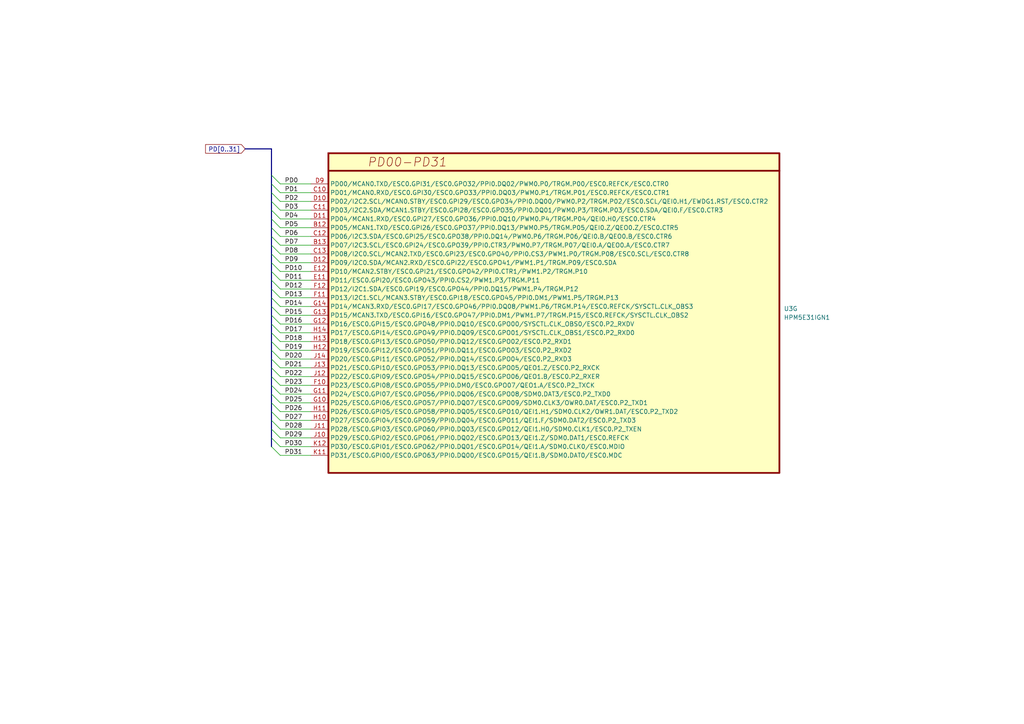
<source format=kicad_sch>
(kicad_sch (version 20250114) (generator "eeschema") (generator_version "9.0")
  (paper "A4")
  (lib_symbols
    (symbol "HPM5E00_Library:HPM5E31IGN1"
      (property "Reference" "U" (at 2.54 1.27 0))
      (property "Value" "HPM5E31IGN1" (at 12.7 1.27 0))
      (symbol "HPM5E31IGN1_1_1"
        (rectangle (start 0 0) (end 35.56 -60.96) (stroke (width 0.508)) (fill (type background)))
        (polyline (pts (xy 0 -40.64) (xy 35.56 -40.64)) (stroke (width 0.508)))
        (polyline (pts (xy 9.525 -6.35) (xy 15.24 -6.35) (xy 15.24 -10.16) (xy 14.605 -9.525) (xy 15.24 -10.16) (xy 15.875 -9.525)))
        (rectangle (start 11.43 -11.43) (end 19.05 -13.97))
        (polyline (pts (xy 15.24 -15.24) (xy 15.24 -19.05) (xy 9.525 -19.05) (xy 10.16 -18.415) (xy 9.525 -19.05) (xy 10.16 -19.685)))
        (text "DCDC_Domain" (at 10.16 -2.54 0) (effects (font (size 1.778 1.778))))
        (text "Analog_Domain" (at 11.43 -44.45 0) (effects (font (size 1.778 1.778))))
        (text "DCDC" (at 15.24 -12.7 0) (effects (font (size 1.27 1.27))))
        (pin power_in line (at -5.08 -6.35 0) (length 5.08) (name "DCDC_IN") (number "M1"))
        (pin power_in line (at -5.08 -8.89 0) (length 5.08) (name "DCDC_IN") (number "M2"))
        (pin power_in line (at -5.08 -16.51 0) (length 5.08) (name "DCDC_LP") (number "N2"))
        (pin power_in line (at -5.08 -19.05 0) (length 5.08) (name "DCDC_LP") (number "P3"))
        (pin power_in line (at -5.08 -27.94 0) (length 5.08) (name "DCDC_GND") (number "N1"))
        (pin power_in line (at -5.08 -30.48 0) (length 5.08) (name "DCDC_GND") (number "P2"))
        (pin power_in line (at -5.08 -48.26 0) (length 5.08) (name "VANA") (number "J9"))
        (pin power_in line (at -5.08 -55.88 0) (length 5.08) (name "VSSA") (number "H8"))
        (pin power_in line (at 40.64 -6.35 180) (length 5.08) (name "VDD_SOC") (number "F6"))
        (pin power_in line (at 40.64 -8.89 180) (length 5.08) (name "VDD_SOC") (number "F9"))
        (pin power_in line (at 40.64 -11.43 180) (length 5.08) (name "VDD_SOC") (number "G6"))
        (pin power_in line (at 40.64 -13.97 180) (length 5.08) (name "VDD_SOC") (number "G9"))
        (pin power_in line (at 40.64 -16.51 180) (length 5.08) (name "VDD_SOC") (number "H9"))
        (pin power_in line (at 40.64 -48.26 180) (length 5.08) (name "VREFH") (number "K9"))
        (pin power_in line (at 40.64 -55.88 180) (length 5.08) (name "VREFL") (number "J8"))
      )
      (symbol "HPM5E31IGN1_2_1"
        (rectangle (start 0 0) (end 35.56 -27.94) (stroke (width 0.508)) (fill (type background)))
        (pin power_in line (at -5.08 -5.08 0) (length 5.08) (name "VSS") (number "A1"))
        (pin power_in line (at -5.08 -7.62 0) (length 5.08) (name "VSS") (number "A14"))
        (pin power_in line (at -5.08 -10.16 0) (length 5.08) (name "VSS") (number "E5"))
        (pin power_in line (at -5.08 -12.7 0) (length 5.08) (name "VSS") (number "E10"))
        (pin power_in line (at -5.08 -15.24 0) (length 5.08) (name "VSS") (number "F7"))
        (pin power_in line (at -5.08 -17.78 0) (length 5.08) (name "VSS") (number "F8"))
        (pin power_in line (at -5.08 -20.32 0) (length 5.08) (name "VSS") (number "G7"))
        (pin power_in line (at -5.08 -22.86 0) (length 5.08) (name "VSS") (number "G8"))
        (pin power_in line (at 40.64 -5.08 180) (length 5.08) (name "VSS") (number "H7"))
        (pin power_in line (at 40.64 -7.62 180) (length 5.08) (name "VSS") (number "J7"))
        (pin power_in line (at 40.64 -10.16 180) (length 5.08) (name "VSS") (number "K5"))
        (pin power_in line (at 40.64 -12.7 180) (length 5.08) (name "VSS") (number "K10"))
        (pin power_in line (at 40.64 -15.24 180) (length 5.08) (name "VSS") (number "N3"))
        (pin power_in line (at 40.64 -17.78 180) (length 5.08) (name "VSS") (number "P1"))
        (pin power_in line (at 40.64 -20.32 180) (length 5.08) (name "VSS") (number "P14"))
      )
      (symbol "HPM5E31IGN1_3_1"
        (rectangle (start 0 0) (end 35.56 -45.72) (stroke (width 0.508)) (fill (type background)))
        (polyline (pts (xy 0 -25.4) (xy 35.56 -25.4)) (stroke (width 0.508)))
        (pin input line (at -5.08 -6.35 0) (length 5.08) (name "XTALI") (number "K14"))
        (pin input line (at -5.08 -16.51 0) (length 5.08) (name "XTALO") (number "K13"))
        (pin input line (at -5.08 -33.02 0) (length 5.08) (name "USB0_VBUS") (number "L12"))
        (pin input line (at 40.64 -6.35 180) (length 5.08) (name "RSTN") (number "M3"))
        (pin input line (at 40.64 -16.51 180) (length 5.08) (name "WKUP") (number "L3"))
        (pin input line (at 40.64 -33.02 180) (length 5.08) (name "USB0_DP") (number "L14"))
        (pin input line (at 40.64 -39.37 180) (length 5.08) (name "USB0_DN") (number "L13"))
      )
      (symbol "HPM5E31IGN1_4_1"
        (rectangle (start 0 0) (end 107.95 -96.52) (stroke (width 0.508)) (fill (type background)))
        (polyline (pts (xy 0 -17.78) (xy 107.95 -17.78)) (stroke (width 0.508)))
        (polyline (pts (xy 0 -46.99) (xy 107.95 -46.99)) (stroke (width 0.508) (type dash)))
        (text "PA00-PA09" (at 27.94 -15.24 0) (effects (font (size 2.54 2.54) (italic yes))))
        (text "PA16-PA31" (at 27.94 -49.53 0) (effects (font (size 2.54 2.54) (italic yes))))
        (pin input line (at -5.08 -3.81 0) (length 5.08) (name "VIO_B01") (number "E6"))
        (pin input line (at -5.08 -6.35 0) (length 5.08) (name "VIO_B01") (number "E7"))
        (pin input line (at -5.08 -8.89 0) (length 5.08) (name "VIO_B01") (number "E8"))
        (pin input line (at -5.08 -11.43 0) (length 5.08) (name "VIO_B01") (number "E9"))
        (pin input line (at -5.08 -13.97 0) (length 5.08) (name "VIO_B01") (number "K6"))
        (pin input line (at -5.08 -21.59 0) (length 5.08) (name "PA00/GPTMR1.COMP0/UART0.TXD/MCAN0.TXD/PWM0.P0/TRGM.P00/SYSCTL.CLK_OBS0") (number "G2"))
        (pin input line (at -5.08 -24.13 0) (length 5.08) (name "PA01/GPTMR1.CAPT0/UART0.RXD/MCAN0.RXD/PWM0.P1/TRGM.P01/SYSCTL.CLK_OBS2") (number "G3"))
        (pin input line (at -5.08 -26.67 0) (length 5.08) (name "PA02/GPTMR1.COMP1/UART0.DE/UART0.RTS/I2C2.SCL/MCAN0.STBY/PWM0.P2/TRGM.P02/SYSCTL.CLK_OBS1") (number "G4"))
        (pin input line (at -5.08 -29.21 0) (length 5.08) (name "PA03/GPTMR1.CAPT1/UART0.CTS/I2C2.SDA/MCAN1.STBY/PWM0.P3/TRGM.P03/SYSCTL.CLK_OBS3") (number "G5"))
        (pin input line (at -5.08 -31.75 0) (length 5.08) (name "PA04/UART1.CTS/SPI1.SCLK/MCAN1.RXD/PWM0.P4/TRGM.P04/JTAG.TDO") (number "F2"))
        (pin input line (at -5.08 -34.29 0) (length 5.08) (name "PA05/GPTMR1.COMP2/UART1.DE/UART1.RTS/SPI1.CS0/MCAN1.TXD/PWM0.P5/TRGM.P05/JTAG.TDI") (number "F3"))
        (pin input line (at -5.08 -36.83 0) (length 5.08) (name "PA06/GPTMR0.CAPT0/UART1.RXD/I2C3.SDA/SPI1.MISO/PWM0.P6/TRGM.P06/JTAG.TCK") (number "F4"))
        (pin input line (at -5.08 -39.37 0) (length 5.08) (name "PA07/GPTMR0.COMP0/UART1.TXD/I2C3.SCL/SPI1.MOSI/PWM0.P7/TRGM.P07/JTAG.TMS") (number "F5"))
        (pin input line (at -5.08 -41.91 0) (length 5.08) (name "PA08/GPTMR0.COMP1/UART2.TXD/I2C0.SCL/MCAN2.TXD/PWM1.P0/TRGM.P08/JTAG.TRST") (number "G1"))
        (pin input line (at -5.08 -44.45 0) (length 5.08) (name "PA09/GPTMR0.CAPT1/UART2.RXD/I2C0.SDA/MCAN2.RXD/ESC0.REFCK/PWM1.P1/TRGM.P09") (number "F1"))
        (pin input line (at -5.08 -53.34 0) (length 5.08) (name "PA16/GPTMR3.COMP0/UART4.TXD/ESC0.P0_RXDV/QEO1.A/SDM0.DAT3/EUI0.CK") (number "L1"))
        (pin input line (at -5.08 -55.88 0) (length 5.08) (name "PA17/GPTMR3.CAPT0/UART4.RXD/ESC0.P0_RXD0/QEO1.B/SDM0.CLK3/EUI0.SH") (number "L2"))
        (pin input line (at -5.08 -58.42 0) (length 5.08) (name "PA18/GPTMR3.COMP1/UART4.DE/UART4.RTS/ESC0.P0_RXD1/QEO1.Z/SDM0.DAT2/EUI0.DI") (number "K1"))
        (pin input line (at -5.08 -60.96 0) (length 5.08) (name "PA19/GPTMR3.CAPT1/UART4.CTS/SPI3.CS3/ESC0.P0_RXD2/SDM0.CLK2/EUI0.DO") (number "K2"))
        (pin input line (at -5.08 -63.5 0) (length 5.08) (name "PA20/UART5.CTS/SPI2.SCLK/ESC0.P0_RXD3/SDM0.DAT1") (number "J1"))
        (pin input line (at -5.08 -66.04 0) (length 5.08) (name "PA21/GPTMR3.COMP2/UART5.DE/UART5.RTS/SPI2.CS0/ESC0.P0_RXCK/QEO0.Z/SDM0.CLK1/OWR0.DAT") (number "J2"))
        (pin input line (at -5.08 -68.58 0) (length 5.08) (name "PA22/GPTMR2.CAPT0/UART5.RXD/SPI2.MISO/ETH0.TXER/QEO0.B/SDM0.DAT0/OWR1.DAT") (number "H1"))
        (pin input line (at -5.08 -71.12 0) (length 5.08) (name "PA23/GPTMR2.COMP0/UART5.TXD/SPI2.MOSI/ESC0.P0_RXER/ETH0.RXER/QEO0.A/SDM0.CLK0") (number "H2"))
        (pin input line (at -5.08 -73.66 0) (length 5.08) (name "PA24/GPTMR2.COMP1/UART6.TXD/SPI3.CS2/ESC0.P0_TXCK") (number "K3"))
        (pin input line (at -5.08 -76.2 0) (length 5.08) (name "PA25/GPTMR2.CAPT1/UART6.RXD/SPI3.CS1/ESC0.P0_TXD0/ESC0.CTR0") (number "K4"))
        (pin input line (at -5.08 -78.74 0) (length 5.08) (name "PA26/GPTMR2.COMP2/UART6.DE/UART6.RTS/SPI3.SCLK/ESC0.P0_TXD1/QEI1.H1/EWDG0.RST") (number "J3"))
        (pin input line (at -5.08 -81.28 0) (length 5.08) (name "PA27/UART6.CTS/SPI3.CS0/ESC0.P0_TXD2/QEI1.F") (number "J4"))
        (pin input line (at -5.08 -83.82 0) (length 5.08) (name "PA28/UART7.CTS/SPI3.MISO/ESC0.P0_TXD3/ESC0.CTR1/QEI1.H0") (number "J5"))
        (pin input line (at -5.08 -86.36 0) (length 5.08) (name "PA29/GPTMR3.COMP3/UART7.DE/UART7.RTS/SPI3.MOSI/ESC0.P0_TXEN/QEI1.Z") (number "H3"))
        (pin input line (at -5.08 -88.9 0) (length 5.08) (name "PA30/UART7.RXD/SPI3.DAT2/ESC0.MDIO/ETH0.MDIO/QEI1.A") (number "H4"))
        (pin input line (at -5.08 -91.44 0) (length 5.08) (name "PA31/GPTMR2.COMP3/UART7.TXD/SPI3.DAT3/ESC0.MDC/ETH0.MDC/QEI1.B") (number "H5"))
      )
      (symbol "HPM5E31IGN1_5_1"
        (rectangle (start 0 0) (end 95.25 -67.31) (stroke (width 0.508)) (fill (type background)))
        (polyline (pts (xy 0 -6.35) (xy 95.25 -6.35)) (stroke (width 0.508)))
        (polyline (pts (xy 0 -39.37) (xy 95.25 -39.37)) (stroke (width 0.508) (type dash)))
        (text "PB00-PB11" (at 26.67 -3.81 0) (effects (font (size 2.54 2.54) (italic yes))))
        (text "PB24-PB31" (at 26.67 -41.91 0) (effects (font (size 2.54 2.54) (italic yes))))
        (pin input line (at -5.08 -8.89 0) (length 5.08) (name "PB00/MCAN0.TXD/ESC0.P0_RXDV/PWM0.P0/TRGM.P00/ETH0.RXDV/QEO1.A") (number "E1"))
        (pin input line (at -5.08 -11.43 0) (length 5.08) (name "PB01/MCAN0.RXD/ESC0.P0_RXD0/PWM0.P1/TRGM.P01/ETH0.RXD0/QEO1.B") (number "E2"))
        (pin input line (at -5.08 -13.97 0) (length 5.08) (name "PB02/I2C2.SCL/MCAN0.STBY/ESC0.P0_RXD1/PWM0.P2/TRGM.P02/ETH0.RXD1/QEI0.H1/QEO1.Z") (number "D1"))
        (pin input line (at -5.08 -16.51 0) (length 5.08) (name "PB03/I2C2.SDA/MCAN1.STBY/ESC0.P0_RXD2/PWM0.P3/TRGM.P03/ETH0.RXD2/QEI0.F") (number "D2"))
        (pin input line (at -5.08 -19.05 0) (length 5.08) (name "PB04/MCAN1.RXD/ESC0.P0_RXD3/PWM0.P4/TRGM.P04/ETH0.RXD3/QEI0.H0") (number "C1"))
        (pin input line (at -5.08 -21.59 0) (length 5.08) (name "PB05/MCAN1.TXD/ESC0.P0_RXCK/PWM0.P5/TRGM.P05/ETH0.RXCK/QEI0.Z/QEO0.Z") (number "C2"))
        (pin input line (at -5.08 -24.13 0) (length 5.08) (name "PB06/I2C3.SDA/ESC0.P0_TXCK/PWM0.P6/TRGM.P06/ETH0.TXCK/QEI0.B/QEO0.B") (number "E3"))
        (pin input line (at -5.08 -26.67 0) (length 5.08) (name "PB07/I2C3.SCL/ESC0.P0_TXD0/PWM0.P7/TRGM.P07/ETH0.TXD0/QEI0.A/QEO0.A") (number "E4"))
        (pin input line (at -5.08 -29.21 0) (length 5.08) (name "PB08/I2C0.SCL/MCAN2.TXD/ESC0.P0_TXD1/PWM1.P0/TRGM.P08/ETH0.TXD1") (number "D3"))
        (pin input line (at -5.08 -31.75 0) (length 5.08) (name "PB09/I2C0.SDA/MCAN2.RXD/ESC0.P0_TXD2/PWM1.P1/TRGM.P09/ETH0.TXD2") (number "D4"))
        (pin input line (at -5.08 -34.29 0) (length 5.08) (name "PB10/MCAN2.STBY/ESC0.P0_TXD3/PWM1.P2/TRGM.P10/ETH0.TXD3") (number "C3"))
        (pin input line (at -5.08 -36.83 0) (length 5.08) (name "PB11/ESC0.P0_TXEN/PWM1.P3/TRGM.P11/ETH0.TXEN") (number "C4"))
        (pin input line (at -5.08 -45.72 0) (length 5.08) (name "PB24/ESC0.CTR4/XPI0.CA_CS1/SDM0.CLK3/ETH0.EVTI0/ESC0.EVTI0") (number "A2"))
        (pin input line (at -5.08 -48.26 0) (length 5.08) (name "PB25/ESC0.CTR5/XPI0.CA_DQS/SDM0.DAT3/ETH0.EVTO0/ESC0.EVTO0") (number "B1"))
        (pin input line (at -5.08 -50.8 0) (length 5.08) (name "PB26/ESC0.CTR6/XPI0.CA_D2/QEI1.H1/SDM0.CLK2/ETH0.EVTI1/EUI1.CK/ESC0.EVTI1") (number "A3"))
        (pin input line (at -5.08 -53.34 0) (length 5.08) (name "PB27/ESC0.CTR7/XPI0.CA_D0/QEI1.F/SDM0.DAT2/EUI1.SH") (number "B2"))
        (pin input line (at -5.08 -55.88 0) (length 5.08) (name "PB28/ESC0.CTR8/XPI0.CA_D1/QEI1.H0/SDM0.CLK1/EUI1.DI") (number "A4"))
        (pin input line (at -5.08 -58.42 0) (length 5.08) (name "PB29/XPI0.CA_SCLK/QEI1.Z/SDM0.DAT1/ETH0.EVTO1/EUI1.DO/ESC0.EVTO1") (number "B3"))
        (pin input line (at -5.08 -60.96 0) (length 5.08) (name "PB30/ESC0.CTR7/XPI0.CA_CS0/QEI1.A/SDM0.CLK0") (number "A5"))
        (pin input line (at -5.08 -63.5 0) (length 5.08) (name "PB31/ESC0.CTR8/XPI0.CA_D3/QEI1.B/SDM0.DAT0") (number "B4"))
      )
      (symbol "HPM5E31IGN1_6_1"
        (rectangle (start 0 0) (end 187.96 -93.98) (stroke (width 0.508)) (fill (type background)))
        (polyline (pts (xy 0 -6.35) (xy 187.96 -6.35)) (stroke (width 0.508)))
        (text "PC00-PC31" (at 22.86 -3.81 0) (effects (font (size 2.54 2.54) (italic yes))))
        (pin input line (at -5.08 -10.16 0) (length 5.08) (name "PC00/GPTMR1.COMP0/UART0.TXD/MCAN0.TXD/ESC0.GPI63/ESC0.GPO00/PPI0.DQ24/XPI0.CB_CS0/PWM0.P0/TRGM.P00/ESC0.GPI15/OWR0.DAT") (number "B5"))
        (pin input line (at -5.08 -12.7 0) (length 5.08) (name "PC01/GPTMR1.CAPT0/UART0.RXD/MCAN0.RXD/ESC0.GPI62/ESC0.GPO01/PPI0.DQ25/XPI0.CB_D1/PWM0.P1/TRGM.P01/ESC0.GPI14/OWR1.DAT") (number "A6"))
        (pin input line (at -5.08 -15.24 0) (length 5.08) (name "PC02/GPTMR1.COMP1/UART0.DE/UART0.RTS/I2C2.SCL/MCAN0.STBY/ESC0.GPI61/ESC0.GPO02/PPI0.DQ22/XPI0.CB_D2/PWM0.P2/TRGM.P02/ESC0.GPI13/QEI0.H1") (number "B6"))
        (pin input line (at -5.08 -17.78 0) (length 5.08) (name "PC03/GPTMR1.CAPT1/UART0.CTS/I2C2.SDA/SPI1.CS3/MCAN1.STBY/ESC0.GPI60/ESC0.GPO03/PPI0.DQ26/XPI0.CB_D3/PWM0.P3/TRGM.P03/ESC0.GPI12/QEI0.F") (number "A7"))
        (pin input line (at -5.08 -20.32 0) (length 5.08) (name "PC04/UART1.CTS/SPI0.SCLK/MCAN1.RXD/ESC0.GPI59/ESC0.GPO04/PPI0.DQ27/XPI0.CB_SCLK/PWM0.P4/TRGM.P04/ESC0.GPI11/QEI0.H0") (number "B7"))
        (pin input line (at -5.08 -22.86 0) (length 5.08) (name "PC05/GPTMR1.COMP2/UART1.DE/UART1.RTS/SPI0.CS0/MCAN1.TXD/ESC0.GPI58/ESC0.GPO05/PPI0.DQ28/XPI0.CA_CS0/PWM0.P5/TRGM.P05/ESC0.GPI10/QEI0.Z/QEO0.Z") (number "A8"))
        (pin input line (at -5.08 -25.4 0) (length 5.08) (name "PC06/GPTMR0.CAPT0/UART1.RXD/I2C3.SDA/SPI0.MISO/ESC0.GPI57/ESC0.GPO06/PPI0.DQ29/XPI0.CA_D1/PWM0.P6/TRGM.P06/ESC0.GPI09/QEI0.B/QEO0.B") (number "B8"))
        (pin input line (at -5.08 -27.94 0) (length 5.08) (name "PC07/GPTMR0.COMP0/UART1.TXD/I2C3.SCL/SPI0.MOSI/ESC0.GPI56/ESC0.GPO07/PPI0.DQ30/XPI0.CA_D3/PWM0.P7/TRGM.P07/ESC0.GPI08/QEI0.A/QEO0.A") (number "A9"))
        (pin input line (at -5.08 -30.48 0) (length 5.08) (name "PC08/GPTMR0.COMP1/UART2.TXD/I2C0.SCL/SPI1.CS2/MCAN2.TXD/ESC0.GPI55/ESC0.GPO08/PPI0.DQ31/XPI0.CA_SCLK/PWM1.P0/TRGM.P08/ESC0.GPI07") (number "B9"))
        (pin input line (at -5.08 -33.02 0) (length 5.08) (name "PC09/GPTMR0.CAPT1/UART2.RXD/I2C0.SDA/SPI1.CS1/MCAN2.RXD/ESC0.GPI54/ESC0.GPO09/PPI0.DQ23/XPI0.CB_CS1/PWM1.P1/TRGM.P09/ESC0.GPI06/QEI1.H1/ESC0.CTR0") (number "C5"))
        (pin input line (at -5.08 -35.56 0) (length 5.08) (name "PC10/GPTMR0.COMP2/UART2.DE/UART2.RTS/SPI1.SCLK/MCAN2.STBY/ESC0.GPI53/ESC0.GPO10/PPI0.DQ20/XPI0.CB_D0/PWM1.P2/TRGM.P10/ESC0.GPI05/QEI1.F/ESC0.CTR1") (number "D5"))
        (pin input line (at -5.08 -38.1 0) (length 5.08) (name "PC11/UART2.CTS/SPI1.CS0/ESC0.GPI52/ESC0.GPO11/PPI0.DQ21/XPI0.CB_DQS/PWM1.P3/TRGM.P11/ESC0.GPI04/QEI1.H0/ESC0.CTR2") (number "C6"))
        (pin input line (at -5.08 -40.64 0) (length 5.08) (name "PC12/UART3.CTS/I2C1.SDA/SPI1.MISO/ESC0.GPI51/ESC0.GPO12/PPI0.DM2/XPI0.CA_D2/PWM1.P4/TRGM.P12/ESC0.GPI03/QEI1.Z/QEO1.Z/ESC0.CTR3") (number "D6"))
        (pin input line (at -5.08 -43.18 0) (length 5.08) (name "PC13/GPTMR1.COMP3/UART3.DE/UART3.RTS/I2C1.SCL/SPI1.MOSI/MCAN3.STBY/ESC0.GPI50/ESC0.GPO13/PPI0.DQ18/XPI0.CA_CS1/PWM1.P5/TRGM.P13/ESC0.GPI02/QEI1.A/QEO1.A/ESC0.CTR4") (number "C7"))
        (pin input line (at -5.08 -45.72 0) (length 5.08) (name "PC14/UART3.RXD/SPI1.DAT2/MCAN3.RXD/ESC0.GPI49/ESC0.GPO14/PPI0.DQ19/PWM1.P6/TRGM.P14/ESC0.GPI01/QEI1.B/QEO1.B/ESC0.CTR5") (number "D7"))
        (pin input line (at -5.08 -48.26 0) (length 5.08) (name "PC15/GPTMR0.COMP3/UART3.TXD/SPI1.DAT3/MCAN3.TXD/ESC0.GPI48/ESC0.GPO15/PPI0.DM3/XPI0.CA_D0/PWM1.P7/TRGM.P15/ESC0.GPI00/ESC0.CTR6") (number "C8"))
        (pin input line (at -5.08 -50.8 0) (length 5.08) (name "PC16/GPTMR3.COMP0/UART4.TXD/ESC0.GPI47/ESC0.GPO16/PPI0.DQ16/XPI0.CA_DQS/ESC0.CTR7") (number "D8"))
        (pin input line (at -5.08 -53.34 0) (length 5.08) (name "PC17/GPTMR3.CAPT0/UART4.RXD/ESC0.GPI46/ESC0.GPO17/PPI0.DQ17/ESC0.CTR8") (number "C9"))
        (pin input line (at -5.08 -55.88 0) (length 5.08) (name "PC18/GPTMR3.COMP1/UART4.DE/UART4.RTS/ESC0.GPI45/ESC0.GPO18/PPI0.DQ04/ESC0.CTR0") (number "A10"))
        (pin input line (at -5.08 -58.42 0) (length 5.08) (name "PC19/GPTMR3.CAPT1/UART4.CTS/SPI2.CS3/ESC0.GPI44/ESC0.GPO19/PPI0.DQ05/ESC0.CTR1") (number "B10"))
        (pin input line (at -5.08 -60.96 0) (length 5.08) (name "PC20/UART5.CTS/SPI3.SCLK/ESC0.GPI43/ESC0.GPO20/PPI0.DQ06/ESC0.CTR2") (number "A11"))
        (pin input line (at -5.08 -63.5 0) (length 5.08) (name "PC21/GPTMR3.COMP2/UART5.DE/UART5.RTS/SPI3.CS0/ESC0.GPI42/ESC0.GPO21/PPI0.DQ07/ESC0.CTR3/QEO1.Z") (number "B11"))
        (pin input line (at -5.08 -66.04 0) (length 5.08) (name "PC22/GPTMR2.CAPT0/UART5.RXD/SPI3.MISO/ESC0.GPI41/ESC0.GPO22/PPI0.CTR2/QEO1.B") (number "A12"))
        (pin input line (at -5.08 -68.58 0) (length 5.08) (name "PC23/GPTMR2.COMP0/UART5.TXD/SPI3.MOSI/ESC0.GPI40/ESC0.GPO23/PPI0.DQ08/QEO1.A") (number "A13"))
        (pin input line (at -5.08 -71.12 0) (length 5.08) (name "PC24/GPTMR2.COMP1/UART6.TXD/SPI2.CS2/ESC0.GPI39/ESC0.GPO24/PPI0.DQ09") (number "B14"))
        (pin input line (at -5.08 -73.66 0) (length 5.08) (name "PC25/GPTMR2.CAPT1/UART6.RXD/SPI2.CS1/ESC0.GPI38/ESC0.GPO25/PPI0.DQ11") (number "C14"))
        (pin input line (at -5.08 -76.2 0) (length 5.08) (name "PC26/GPTMR2.COMP2/UART6.DE/UART6.RTS/SPI2.SCLK/ESC0.GPI37/ESC0.GPO26/PPI0.DQ12/QEI1.H1") (number "D14"))
        (pin input line (at -5.08 -78.74 0) (length 5.08) (name "PC27/UART6.CTS/SPI2.CS0/ESC0.GPI36/ESC0.GPO27/PPI0.CTR0/ESC0.CTR4/QEI1.F") (number "D13"))
        (pin input line (at -5.08 -81.28 0) (length 5.08) (name "PC28/UART7.CTS/SPI2.MISO/ESC0.GPI35/ESC0.GPO28/PPI0.DM0/ESC0.CTR5/QEI1.H0") (number "E14"))
        (pin input line (at -5.08 -83.82 0) (length 5.08) (name "PC29/GPTMR3.COMP3/UART7.DE/UART7.RTS/SPI2.MOSI/ESC0.GPI34/ESC0.GPO29/PPI0.CLK/ESC0.CTR6/QEI1.Z/SOC.REF0") (number "E13"))
        (pin input line (at -5.08 -86.36 0) (length 5.08) (name "PC30/UART7.RXD/SPI2.DAT2/ESC0.GPI33/ESC0.GPO30/PPI0.CS0/ESC0.CTR7/QEI1.A/SOC.REF1") (number "F14"))
        (pin input line (at -5.08 -88.9 0) (length 5.08) (name "PC31/GPTMR2.COMP3/UART7.TXD/SPI2.DAT3/ESC0.GPI32/ESC0.GPO31/PPI0.CS1/ESC0.CTR8/QEI1.B") (number "F13"))
      )
      (symbol "HPM5E31IGN1_7_1"
        (rectangle (start 0 0) (end 130.81 -92.71) (stroke (width 0.508)) (fill (type background)))
        (polyline (pts (xy 0 -5.08) (xy 130.81 -5.08)) (stroke (width 0.508)))
        (text "PD00-PD31" (at 22.86 -2.54 0) (effects (font (size 2.54 2.54) (italic yes))))
        (pin input line (at -5.08 -8.89 0) (length 5.08) (name "PD00/MCAN0.TXD/ESC0.GPI31/ESC0.GPO32/PPI0.DQ02/PWM0.P0/TRGM.P00/ESC0.REFCK/ESC0.CTR0") (number "D9"))
        (pin input line (at -5.08 -11.43 0) (length 5.08) (name "PD01/MCAN0.RXD/ESC0.GPI30/ESC0.GPO33/PPI0.DQ03/PWM0.P1/TRGM.P01/ESC0.REFCK/ESC0.CTR1") (number "C10"))
        (pin input line (at -5.08 -13.97 0) (length 5.08) (name "PD02/I2C2.SCL/MCAN0.STBY/ESC0.GPI29/ESC0.GPO34/PPI0.DQ00/PWM0.P2/TRGM.P02/ESC0.SCL/QEI0.H1/EWDG1.RST/ESC0.CTR2") (number "D10"))
        (pin input line (at -5.08 -16.51 0) (length 5.08) (name "PD03/I2C2.SDA/MCAN1.STBY/ESC0.GPI28/ESC0.GPO35/PPI0.DQ01/PWM0.P3/TRGM.P03/ESC0.SDA/QEI0.F/ESC0.CTR3") (number "C11"))
        (pin input line (at -5.08 -19.05 0) (length 5.08) (name "PD04/MCAN1.RXD/ESC0.GPI27/ESC0.GPO36/PPI0.DQ10/PWM0.P4/TRGM.P04/QEI0.H0/ESC0.CTR4") (number "D11"))
        (pin input line (at -5.08 -21.59 0) (length 5.08) (name "PD05/MCAN1.TXD/ESC0.GPI26/ESC0.GPO37/PPI0.DQ13/PWM0.P5/TRGM.P05/QEI0.Z/QEO0.Z/ESC0.CTR5") (number "B12"))
        (pin input line (at -5.08 -24.13 0) (length 5.08) (name "PD06/I2C3.SDA/ESC0.GPI25/ESC0.GPO38/PPI0.DQ14/PWM0.P6/TRGM.P06/QEI0.B/QEO0.B/ESC0.CTR6") (number "C12"))
        (pin input line (at -5.08 -26.67 0) (length 5.08) (name "PD07/I2C3.SCL/ESC0.GPI24/ESC0.GPO39/PPI0.CTR3/PWM0.P7/TRGM.P07/QEI0.A/QEO0.A/ESC0.CTR7") (number "B13"))
        (pin input line (at -5.08 -29.21 0) (length 5.08) (name "PD08/I2C0.SCL/MCAN2.TXD/ESC0.GPI23/ESC0.GPO40/PPI0.CS3/PWM1.P0/TRGM.P08/ESC0.SCL/ESC0.CTR8") (number "C13"))
        (pin input line (at -5.08 -31.75 0) (length 5.08) (name "PD09/I2C0.SDA/MCAN2.RXD/ESC0.GPI22/ESC0.GPO41/PWM1.P1/TRGM.P09/ESC0.SDA") (number "D12"))
        (pin input line (at -5.08 -34.29 0) (length 5.08) (name "PD10/MCAN2.STBY/ESC0.GPI21/ESC0.GPO42/PPI0.CTR1/PWM1.P2/TRGM.P10") (number "E12"))
        (pin input line (at -5.08 -36.83 0) (length 5.08) (name "PD11/ESC0.GPI20/ESC0.GPO43/PPI0.CS2/PWM1.P3/TRGM.P11") (number "E11"))
        (pin input line (at -5.08 -39.37 0) (length 5.08) (name "PD12/I2C1.SDA/ESC0.GPI19/ESC0.GPO44/PPI0.DQ15/PWM1.P4/TRGM.P12") (number "F12"))
        (pin input line (at -5.08 -41.91 0) (length 5.08) (name "PD13/I2C1.SCL/MCAN3.STBY/ESC0.GPI18/ESC0.GPO45/PPI0.DM1/PWM1.P5/TRGM.P13") (number "F11"))
        (pin input line (at -5.08 -44.45 0) (length 5.08) (name "PD14/MCAN3.RXD/ESC0.GPI17/ESC0.GPO46/PPI0.DQ08/PWM1.P6/TRGM.P14/ESC0.REFCK/SYSCTL.CLK_OBS3") (number "G14"))
        (pin input line (at -5.08 -46.99 0) (length 5.08) (name "PD15/MCAN3.TXD/ESC0.GPI16/ESC0.GPO47/PPI0.DM1/PWM1.P7/TRGM.P15/ESC0.REFCK/SYSCTL.CLK_OBS2") (number "G13"))
        (pin input line (at -5.08 -49.53 0) (length 5.08) (name "PD16/ESC0.GPI15/ESC0.GPO48/PPI0.DQ10/ESC0.GPO00/SYSCTL.CLK_OBS0/ESC0.P2_RXDV") (number "G12"))
        (pin input line (at -5.08 -52.07 0) (length 5.08) (name "PD17/ESC0.GPI14/ESC0.GPO49/PPI0.DQ09/ESC0.GPO01/SYSCTL.CLK_OBS1/ESC0.P2_RXD0") (number "H14"))
        (pin input line (at -5.08 -54.61 0) (length 5.08) (name "PD18/ESC0.GPI13/ESC0.GPO50/PPI0.DQ12/ESC0.GPO02/ESC0.P2_RXD1") (number "H13"))
        (pin input line (at -5.08 -57.15 0) (length 5.08) (name "PD19/ESC0.GPI12/ESC0.GPO51/PPI0.DQ11/ESC0.GPO03/ESC0.P2_RXD2") (number "H12"))
        (pin input line (at -5.08 -59.69 0) (length 5.08) (name "PD20/ESC0.GPI11/ESC0.GPO52/PPI0.DQ14/ESC0.GPO04/ESC0.P2_RXD3") (number "J14"))
        (pin input line (at -5.08 -62.23 0) (length 5.08) (name "PD21/ESC0.GPI10/ESC0.GPO53/PPI0.DQ13/ESC0.GPO05/QEO1.Z/ESC0.P2_RXCK") (number "J13"))
        (pin input line (at -5.08 -64.77 0) (length 5.08) (name "PD22/ESC0.GPI09/ESC0.GPO54/PPI0.DQ15/ESC0.GPO06/QEO1.B/ESC0.P2_RXER") (number "J12"))
        (pin input line (at -5.08 -67.31 0) (length 5.08) (name "PD23/ESC0.GPI08/ESC0.GPO55/PPI0.DM0/ESC0.GPO07/QEO1.A/ESC0.P2_TXCK") (number "F10"))
        (pin input line (at -5.08 -69.85 0) (length 5.08) (name "PD24/ESC0.GPI07/ESC0.GPO56/PPI0.DQ06/ESC0.GPO08/SDM0.DAT3/ESC0.P2_TXD0") (number "G11"))
        (pin input line (at -5.08 -72.39 0) (length 5.08) (name "PD25/ESC0.GPI06/ESC0.GPO57/PPI0.DQ07/ESC0.GPO09/SDM0.CLK3/OWR0.DAT/ESC0.P2_TXD1") (number "G10"))
        (pin input line (at -5.08 -74.93 0) (length 5.08) (name "PD26/ESC0.GPI05/ESC0.GPO58/PPI0.DQ05/ESC0.GPO10/QEI1.H1/SDM0.CLK2/OWR1.DAT/ESC0.P2_TXD2") (number "H11"))
        (pin input line (at -5.08 -77.47 0) (length 5.08) (name "PD27/ESC0.GPI04/ESC0.GPO59/PPI0.DQ04/ESC0.GPO11/QEI1.F/SDM0.DAT2/ESC0.P2_TXD3") (number "H10"))
        (pin input line (at -5.08 -80.01 0) (length 5.08) (name "PD28/ESC0.GPI03/ESC0.GPO60/PPI0.DQ03/ESC0.GPO12/QEI1.H0/SDM0.CLK1/ESC0.P2_TXEN") (number "J11"))
        (pin input line (at -5.08 -82.55 0) (length 5.08) (name "PD29/ESC0.GPI02/ESC0.GPO61/PPI0.DQ02/ESC0.GPO13/QEI1.Z/SDM0.DAT1/ESC0.REFCK") (number "J10"))
        (pin input line (at -5.08 -85.09 0) (length 5.08) (name "PD30/ESC0.GPI01/ESC0.GPO62/PPI0.DQ01/ESC0.GPO14/QEI1.A/SDM0.CLK0/ESC0.MDIO") (number "K12"))
        (pin input line (at -5.08 -87.63 0) (length 5.08) (name "PD31/ESC0.GPI00/ESC0.GPO63/PPI0.DQ00/ESC0.GPO15/QEI1.B/SDM0.DAT0/ESC0.MDC") (number "K11"))
      )
      (symbol "HPM5E31IGN1_8_1"
        (rectangle (start 0 0) (end 133.35 -25.4) (stroke (width 0.508)) (fill (type background)))
        (polyline (pts (xy 0 -5.08) (xy 133.35 -5.08)) (stroke (width 0.508)))
        (text "PE00-PE05" (at 22.86 -2.54 0) (effects (font (size 2.54 2.54) (italic yes))))
        (pin input line (at -5.08 -8.89 0) (length 5.08) (name "PE00/GPTMR1.COMP0/UART0.TXD/MCAN0.TXD/ESC0.CTR4/PPI0.CTR4/PWM0.P0/TRGM.P00/QEO1.A/USB0.ID/ETH0.EVTO1/ESC0.EVTO1") (number "M14"))
        (pin input line (at -5.08 -11.43 0) (length 5.08) (name "PE01/GPTMR1.CAPT0/UART0.RXD/MCAN0.RXD/ESC0.CTR5/PPI0.CTR5/PWM0.P1/TRGM.P01/QEO1.B/USB0.PWR") (number "M13"))
        (pin input line (at -5.08 -13.97 0) (length 5.08) (name "PE02/GPTMR1.COMP1/UART0.DE/UART0.RTS/I2C2.SCL/MCAN0.STBY/ESC0.CTR6/PPI0.CTR6/PWM0.P2/TRGM.P02/QEO1.Z") (number "M12"))
        (pin input line (at -5.08 -16.51 0) (length 5.08) (name "PE03/GPTMR1.CAPT1/UART0.CTS/I2C2.SDA/MCAN1.STBY/ESC0.CTR1/PPI0.CTR7/PWM0.P3/TRGM.P03/USB0.OC") (number "N14"))
        (pin input line (at -5.08 -19.05 0) (length 5.08) (name "PE04/UART1.CTS/MCAN1.RXD/ESC0.CTR2/PWM0.P4/TRGM.P04/ETH0.COL/ETH0.EVTI1/ESC0.EVTI1") (number "N13"))
        (pin input line (at -5.08 -21.59 0) (length 5.08) (name "PE05/GPTMR1.COMP2/UART1.DE/UART1.RTS/MCAN1.TXD/ESC0.CTR3/PWM0.P5/TRGM.P05/ETH0.CRS") (number "P13"))
      )
      (symbol "HPM5E31IGN1_9_1"
        (rectangle (start 0 0) (end 111.76 -91.44) (stroke (width 0.508)) (fill (type background)))
        (polyline (pts (xy 0 -5.08) (xy 111.76 -5.08)) (stroke (width 0.508)))
        (text "PF00-PF31" (at 22.86 -2.54 0) (effects (font (size 2.54 2.54) (italic yes))))
        (pin input line (at -5.08 -8.89 0) (length 5.08) (name "PF00/MCAN0.TXD/ESC0.MDC/PWM0.P0/TRGM.P00/ETH0.MDC/QEO1.A") (number "N10"))
        (pin input line (at -5.08 -11.43 0) (length 5.08) (name "PF01/MCAN0.RXD/ESC0.MDIO/PWM0.P1/TRGM.P01/ETH0.MDIO/QEO1.B") (number "L10"))
        (pin input line (at -5.08 -13.97 0) (length 5.08) (name "PF02/I2C2.SCL/MCAN0.STBY/ESC0.P1_TXCK/PWM0.P2/TRGM.P02/ETH0.TXCK/QEI0.H1/QEO1.Z/EUI0.CK") (number "P11"))
        (pin input line (at -5.08 -16.51 0) (length 5.08) (name "PF03/I2C2.SDA/MCAN1.STBY/ESC0.P1_TXD0/PWM0.P3/TRGM.P03/ETH0.TXD0/QEI0.F/EUI0.SH") (number "M9"))
        (pin input line (at -5.08 -19.05 0) (length 5.08) (name "PF04/MCAN1.RXD/ESC0.P1_TXD1/PWM0.P4/TRGM.P04/ETH0.TXD1/QEI0.H0/EUI0.DI") (number "M8"))
        (pin input line (at -5.08 -21.59 0) (length 5.08) (name "PF05/MCAN1.TXD/ESC0.P1_TXD2/PWM0.P5/TRGM.P05/ETH0.TXD2/QEI0.Z/QEO0.Z/EUI0.DO") (number "L8"))
        (pin input line (at -5.08 -24.13 0) (length 5.08) (name "PF06/I2C3.SDA/ESC0.P1_TXD3/PWM0.P6/TRGM.P06/ETH0.TXD3/QEI0.B/QEO0.B") (number "P12"))
        (pin input line (at -5.08 -26.67 0) (length 5.08) (name "PF07/I2C3.SCL/ESC0.P1_TXEN/PWM0.P7/TRGM.P07/ETH0.TXEN/QEI0.A/QEO0.A") (number "M11"))
        (pin input line (at -5.08 -29.21 0) (length 5.08) (name "PF08/I2C0.SCL/MCAN2.TXD/ESC0.P1_RXDV/PWM1.P0/TRGM.P08/ETH0.RXDV/EUI1.CK") (number "L11"))
        (pin input line (at -5.08 -31.75 0) (length 5.08) (name "PF09/I2C0.SDA/MCAN2.RXD/ESC0.P1_RXD0/PWM1.P1/TRGM.P09/ETH0.RXD0/EUI1.SH") (number "M10"))
        (pin input line (at -5.08 -34.29 0) (length 5.08) (name "PF10/MCAN2.STBY/ESC0.P1_RXD1/PWM1.P2/TRGM.P10/ETH0.RXD1/EUI1.DI") (number "P10"))
        (pin input line (at -5.08 -36.83 0) (length 5.08) (name "PF11/ESC0.P1_RXD2/PWM1.P3/TRGM.P11/ETH0.RXD2/EUI1.DO") (number "L9"))
        (pin input line (at -5.08 -39.37 0) (length 5.08) (name "PF12/I2C1.SDA/ESC0.P1_RXD3/PWM1.P4/TRGM.P12/ETH0.RXD3/OWR0.DAT") (number "N11"))
        (pin input line (at -5.08 -41.91 0) (length 5.08) (name "PF13/I2C1.SCL/MCAN3.STBY/ESC0.P1_RXCK/PWM1.P5/TRGM.P13/ETH0.RXCK/OWR1.DAT") (number "N12"))
        (pin input line (at -5.08 -44.45 0) (length 5.08) (name "PF14/MCAN3.RXD/ESC0.P1_RXER/PWM1.P6/TRGM.P14/ETH0.RXER") (number "N9"))
        (pin input line (at -5.08 -46.99 0) (length 5.08) (name "PF15/MCAN3.TXD/PWM1.P7/TRGM.P15/ETH0.TXER") (number "P9"))
        (pin input line (at -5.08 -49.53 0) (length 5.08) (name "PF16/SDM0.DAT0/ADC0.IN08/ADC1.IN08/ACMP0_CH0.INN7") (number "N7"))
        (pin input line (at -5.08 -52.07 0) (length 5.08) (name "PF17/SDM0.CLK0/ADC0.IN12/ADC1.IN12/ACMP0_CH1.INN7") (number "P7"))
        (pin input line (at -5.08 -54.61 0) (length 5.08) (name "PF18/SDM0.DAT1/USB0.PWR/ETH0.EVTO0/ESC0.EVTO0/ADC0.IN11/ADC1.IN11/ACMP0_CH1.INP7") (number "P8"))
        (pin input line (at -5.08 -57.15 0) (length 5.08) (name "PF19/SDM0.CLK1/USB0.PWR/ADC0.IN13/ADC1.IN13/ACMP0_CH0.INP7") (number "M5"))
        (pin input line (at -5.08 -59.69 0) (length 5.08) (name "PF20/SDM0.DAT3/USB0.OC/ETH0.EVTO1/ESC0.EVTO1/ADC0.IN03/ADC1.IN03/ACMP0_CH0.INP4/ACMP0_CH1.INP4") (number "N6"))
        (pin input line (at -5.08 -62.23 0) (length 5.08) (name "PF21/SDM0.DAT2/USB0.ID/ETH0.EVTI0/ESC0.EVTI0/ADC0.IN02/ADC1.IN02/ACMP0_CH0.INN4/ACMP0_CH1.INN4") (number "L6"))
        (pin input line (at -5.08 -64.77 0) (length 5.08) (name "PF22/SDM0.CLK2/USB0.ID/ETH0.EVTI1/ESC0.EVTI1/ADC0.IN14/ADC1.IN14/ACMP0_CH0.INN5/ACMP0_CH1.INN5") (number "N8"))
        (pin input line (at -5.08 -67.31 0) (length 5.08) (name "PF23/SDM0.CLK3/USB0.OC/ADC0.IN15/ADC1.IN15/ACMP0_CH0.INN3/ACMP0_CH1.INN3") (number "L5"))
        (pin input line (at -5.08 -69.85 0) (length 5.08) (name "PF24/SDM0.DAT0/ADC0.IN10/ADC1.IN10/ACMP0_CH0.INP5/ACMP0_CH1.INP5") (number "M6"))
        (pin input line (at -5.08 -72.39 0) (length 5.08) (name "PF25/SDM0.CLK0/ADC0.IN09/ADC1.IN09/ACMP0_CH0.INP3/ACMP0_CH1.INP3") (number "L7"))
        (pin input line (at -5.08 -74.93 0) (length 5.08) (name "PF26/SDM0.DAT1/ADC0.IN01/ADC1.IN01/ACMP0_CH0.INN6/ACMP0_CH1.INN6") (number "P6"))
        (pin input line (at -5.08 -77.47 0) (length 5.08) (name "PF27/SDM0.CLK1/ADC0.IN00/ADC1.IN00/ACMP0_CH0.INP6/ACMP0_CH1.INP6") (number "M7"))
        (pin input line (at -5.08 -80.01 0) (length 5.08) (name "PF28/SDM0.DAT3/ADC0.IN05/ADC1.IN05/ACMP0_CH0.INN2/ACMP0_CH1.INN2") (number "P5"))
        (pin input line (at -5.08 -82.55 0) (length 5.08) (name "PF29/SDM0.DAT2/ADC0.IN04/ADC1.IN04/ACMP0_CH0.INP2/ACMP0_CH1.INP2") (number "M4"))
        (pin input line (at -5.08 -85.09 0) (length 5.08) (name "PF30/SDM0.CLK2/ADC0.IN06/ADC1.IN06/ACMP0_CH0.INN1/ACMP0_CH1.INN1") (number "L4"))
        (pin input line (at -5.08 -87.63 0) (length 5.08) (name "PF31/SDM0.CLK3/ADC0.IN07/ADC1.IN07/ACMP0_CH0.INP1/ACMP0_CH1.INP1") (number "N5"))
      )
      (symbol "HPM5E31IGN1_10_1"
        (rectangle (start 0 0) (end 35.56 -19.05) (stroke (width 0.508)) (fill (type background)))
        (pin input line (at -5.08 -5.08 0) (length 5.08) (name "VPMC") (number "N4"))
        (pin input line (at -5.08 -8.89 0) (length 5.08) (name "VPMC") (number "P4"))
        (pin input line (at 40.64 -3.81 180) (length 5.08) (name "VDD_PMCCAP") (number "K7"))
        (pin input line (at 40.64 -7.62 180) (length 5.08) (name "VDD_OTPCAP") (number "K8"))
        (pin input line (at 40.64 -11.43 180) (length 5.08) (name "VDD_PHY0CAP") (number "J6"))
        (pin input line (at 40.64 -15.24 180) (length 5.08) (name "VDD_PHY1CAP") (number "H6"))
      )
    )
  )
  (bus_entry (at 78.74 104.14) (size 2.54 2.54))
  (bus_entry (at 78.74 73.66) (size 2.54 2.54))
  (bus_entry (at 78.74 60.96) (size 2.54 2.54))
  (bus_entry (at 78.74 116.84) (size 2.54 2.54))
  (bus_entry (at 78.74 53.34) (size 2.54 2.54))
  (bus_entry (at 78.74 76.2) (size 2.54 2.54))
  (bus_entry (at 78.74 78.74) (size 2.54 2.54))
  (bus_entry (at 78.74 66.04) (size 2.54 2.54))
  (bus_entry (at 78.74 96.52) (size 2.54 2.54))
  (bus_entry (at 78.74 88.9) (size 2.54 2.54))
  (bus_entry (at 78.74 68.58) (size 2.54 2.54))
  (bus_entry (at 78.74 106.68) (size 2.54 2.54))
  (bus_entry (at 78.74 124.46) (size 2.54 2.54))
  (bus_entry (at 78.74 86.36) (size 2.54 2.54))
  (bus_entry (at 78.74 63.5) (size 2.54 2.54))
  (bus_entry (at 78.74 83.82) (size 2.54 2.54))
  (bus_entry (at 78.74 81.28) (size 2.54 2.54))
  (bus_entry (at 78.74 71.12) (size 2.54 2.54))
  (bus_entry (at 78.74 111.76) (size 2.54 2.54))
  (bus_entry (at 78.74 58.42) (size 2.54 2.54))
  (bus_entry (at 78.74 109.22) (size 2.54 2.54))
  (bus_entry (at 78.74 55.88) (size 2.54 2.54))
  (bus_entry (at 78.74 101.6) (size 2.54 2.54))
  (bus_entry (at 78.74 127) (size 2.54 2.54))
  (bus_entry (at 78.74 114.3) (size 2.54 2.54))
  (bus_entry (at 78.74 129.54) (size 2.54 2.54))
  (bus_entry (at 78.74 119.38) (size 2.54 2.54))
  (bus_entry (at 78.74 50.8) (size 2.54 2.54))
  (bus_entry (at 78.74 121.92) (size 2.54 2.54))
  (bus_entry (at 78.74 91.44) (size 2.54 2.54))
  (bus_entry (at 78.74 99.06) (size 2.54 2.54))
  (bus_entry (at 78.74 93.98) (size 2.54 2.54))
  (bus (pts (xy 78.74 83.82) (xy 78.74 86.36)))
  (wire (pts (xy 81.28 68.58) (xy 90.17 68.58)))
  (wire (pts (xy 81.28 129.54) (xy 90.17 129.54)))
  (bus (pts (xy 78.74 53.34) (xy 78.74 55.88)))
  (wire (pts (xy 81.28 60.96) (xy 90.17 60.96)))
  (bus (pts (xy 78.74 71.12) (xy 78.74 73.66)))
  (wire (pts (xy 81.28 66.04) (xy 90.17 66.04)))
  (wire (pts (xy 81.28 132.08) (xy 90.17 132.08)))
  (bus (pts (xy 78.74 50.8) (xy 78.74 53.34)))
  (wire (pts (xy 81.28 106.68) (xy 90.17 106.68)))
  (bus (pts (xy 78.74 43.18) (xy 78.74 50.8)))
  (bus (pts (xy 78.74 76.2) (xy 78.74 78.74)))
  (bus (pts (xy 78.74 58.42) (xy 78.74 60.96)))
  (bus (pts (xy 78.74 86.36) (xy 78.74 88.9)))
  (wire (pts (xy 81.28 81.28) (xy 90.17 81.28)))
  (bus (pts (xy 78.74 78.74) (xy 78.74 81.28)))
  (bus (pts (xy 78.74 119.38) (xy 78.74 121.92)))
  (bus (pts (xy 78.74 104.14) (xy 78.74 106.68)))
  (wire (pts (xy 81.28 96.52) (xy 90.17 96.52)))
  (bus (pts (xy 78.74 66.04) (xy 78.74 68.58)))
  (bus (pts (xy 78.74 68.58) (xy 78.74 71.12)))
  (wire (pts (xy 81.28 76.2) (xy 90.17 76.2)))
  (wire (pts (xy 81.28 71.12) (xy 90.17 71.12)))
  (wire (pts (xy 81.28 116.84) (xy 90.17 116.84)))
  (wire (pts (xy 81.28 121.92) (xy 90.17 121.92)))
  (bus (pts (xy 78.74 121.92) (xy 78.74 124.46)))
  (bus (pts (xy 78.74 111.76) (xy 78.74 114.3)))
  (bus (pts (xy 78.74 60.96) (xy 78.74 63.5)))
  (wire (pts (xy 81.28 83.82) (xy 90.17 83.82)))
  (wire (pts (xy 81.28 114.3) (xy 90.17 114.3)))
  (bus (pts (xy 78.74 114.3) (xy 78.74 116.84)))
  (wire (pts (xy 81.28 111.76) (xy 90.17 111.76)))
  (wire (pts (xy 81.28 53.34) (xy 90.17 53.34)))
  (wire (pts (xy 81.28 88.9) (xy 90.17 88.9)))
  (bus (pts (xy 71.12 43.18) (xy 78.74 43.18)))
  (bus (pts (xy 78.74 73.66) (xy 78.74 76.2)))
  (wire (pts (xy 81.28 119.38) (xy 90.17 119.38)))
  (bus (pts (xy 78.74 81.28) (xy 78.74 83.82)))
  (wire (pts (xy 81.28 91.44) (xy 90.17 91.44)))
  (wire (pts (xy 81.28 109.22) (xy 90.17 109.22)))
  (bus (pts (xy 78.74 116.84) (xy 78.74 119.38)))
  (bus (pts (xy 78.74 109.22) (xy 78.74 111.76)))
  (bus (pts (xy 78.74 55.88) (xy 78.74 58.42)))
  (bus (pts (xy 78.74 63.5) (xy 78.74 66.04)))
  (wire (pts (xy 81.28 127) (xy 90.17 127)))
  (bus (pts (xy 78.74 101.6) (xy 78.74 104.14)))
  (wire (pts (xy 81.28 73.66) (xy 90.17 73.66)))
  (wire (pts (xy 81.28 78.74) (xy 90.17 78.74)))
  (wire (pts (xy 81.28 63.5) (xy 90.17 63.5)))
  (wire (pts (xy 81.28 124.46) (xy 90.17 124.46)))
  (bus (pts (xy 78.74 88.9) (xy 78.74 91.44)))
  (bus (pts (xy 78.74 106.68) (xy 78.74 109.22)))
  (bus (pts (xy 78.74 93.98) (xy 78.74 96.52)))
  (bus (pts (xy 78.74 124.46) (xy 78.74 127)))
  (bus (pts (xy 78.74 99.06) (xy 78.74 101.6)))
  (bus (pts (xy 78.74 96.52) (xy 78.74 99.06)))
  (wire (pts (xy 81.28 104.14) (xy 90.17 104.14)))
  (wire (pts (xy 81.28 99.06) (xy 90.17 99.06)))
  (wire (pts (xy 81.28 86.36) (xy 90.17 86.36)))
  (wire (pts (xy 81.28 55.88) (xy 90.17 55.88)))
  (wire (pts (xy 81.28 101.6) (xy 90.17 101.6)))
  (wire (pts (xy 81.28 58.42) (xy 90.17 58.42)))
  (bus (pts (xy 78.74 127) (xy 78.74 129.54)))
  (wire (pts (xy 81.28 93.98) (xy 90.17 93.98)))
  (bus (pts (xy 78.74 91.44) (xy 78.74 93.98)))
  (label "PD0" (at 82.55 53.34 0))
  (label "PD30" (at 82.55 129.54 0))
  (label "PD4" (at 82.55 63.5 0))
  (label "PD15" (at 82.55 91.44 0))
  (label "PD20" (at 82.55 104.14 0))
  (label "PD12" (at 82.55 83.82 0))
  (label "PD13" (at 82.55 86.36 0))
  (label "PD6" (at 82.55 68.58 0))
  (label "PD27" (at 82.55 121.92 0))
  (label "PD9" (at 82.55 76.2 0))
  (label "PD10" (at 82.55 78.74 0))
  (label "PD16" (at 82.55 93.98 0))
  (label "PD3" (at 82.55 60.96 0))
  (label "PD28" (at 82.55 124.46 0))
  (label "PD11" (at 82.55 81.28 0))
  (label "PD26" (at 82.55 119.38 0))
  (label "PD29" (at 82.55 127 0))
  (label "PD5" (at 82.55 66.04 0))
  (label "PD17" (at 82.55 96.52 0))
  (label "PD21" (at 82.55 106.68 0))
  (label "PD14" (at 82.55 88.9 0))
  (label "PD7" (at 82.55 71.12 0))
  (label "PD25" (at 82.55 116.84 0))
  (label "PD1" (at 82.55 55.88 0))
  (label "PD24" (at 82.55 114.3 0))
  (label "PD18" (at 82.55 99.06 0))
  (label "PD22" (at 82.55 109.22 0))
  (label "PD8" (at 82.55 73.66 0))
  (label "PD2" (at 82.55 58.42 0))
  (label "PD23" (at 82.55 111.76 0))
  (label "PD19" (at 82.55 101.6 0))
  (label "PD31" (at 82.55 132.08 0))
  (global_label "PD[0..31]" (shape input) (at 71.12 43.18 180) (property "Intersheetrefs" "${INTERSHEET_REFS}" (effects (hide yes))))
  (symbol (lib_id "HPM5E00_Library:HPM5E31IGN1") (at 95.25 44.45 0) (unit 7)
    (property "Reference" "U3" (at 227.33 89.5349 0) (effects (justify left)))
    (property "Value" "HPM5E31IGN1" (at 227.33 92.0749 0) (effects (justify left)))
    (property "Footprint" "HPM_footprints:BGA-196_14x14_12.0x12.0mm_P0.8mm" (effects (hide yes)))
    (property "Datasheet" "https://www.hpmicro.com/Public/Uploads/uploadfile/files/20250505/HPM5E00DSV01.pdf" (effects (hide yes)))
    (property "Description" "BGA196" (effects (hide yes)))
  )
)
</source>
